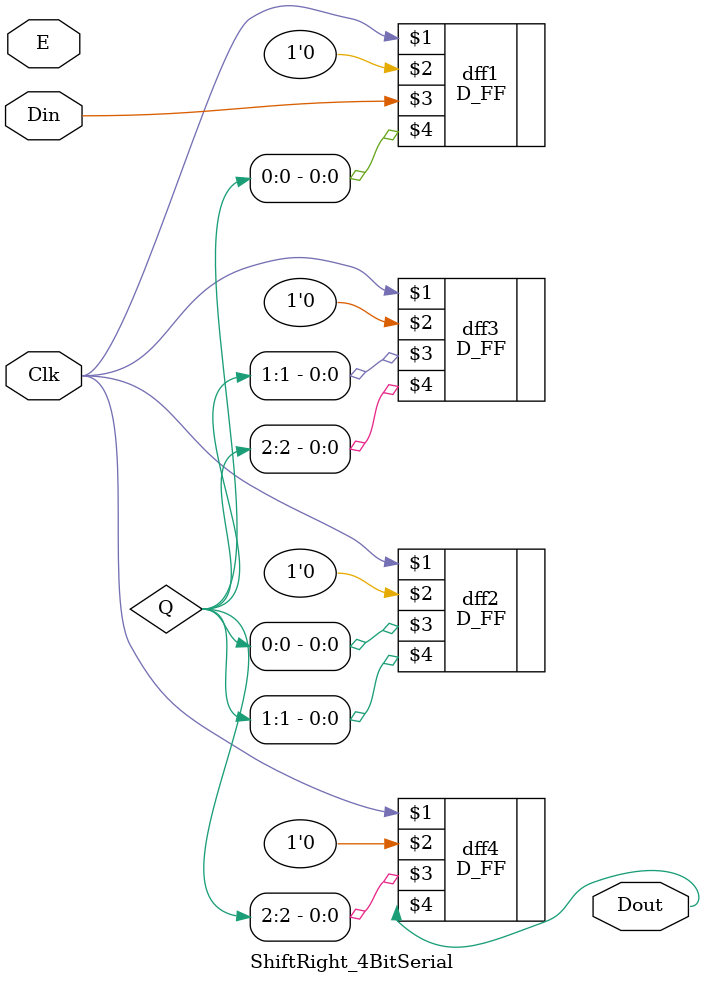
<source format=v>
`timescale 1ns / 1ps

//          Module for Serial I/O Shift Right for 4 bits
//////////////////////////////////////////////////////////////////////////////////


//                           Clock, Enable, DataIn, DataOut
module ShiftRight_4BitSerial(Clk  ,E      , Din   , Dout);
    input Clk, E, Din;
    output Dout;
    wire [2:0] Q; // output for first 3 FF's
    
    // For now reset is always 0
    // Instantiate 4 D flip flop modules
    //                           Clock, Reset, Input, Output                                
    D_FF        dff1            (Clk  , 1'b0 , Din    , Q[0]); 
    //                           Clock, Reset, Input, Output                                
    D_FF        dff2            (Clk  , 1'b0 , Q[0]    , Q[1]); 
    //                           Clock, Reset, Input, Output                                
    D_FF        dff3            (Clk  , 1'b0 , Q[1]    , Q[2]); 
    //                           Clock, Reset, Input, Output                                
    D_FF        dff4            (Clk  , 1'b0 , Q[2]    , Dout); 
    
endmodule

</source>
